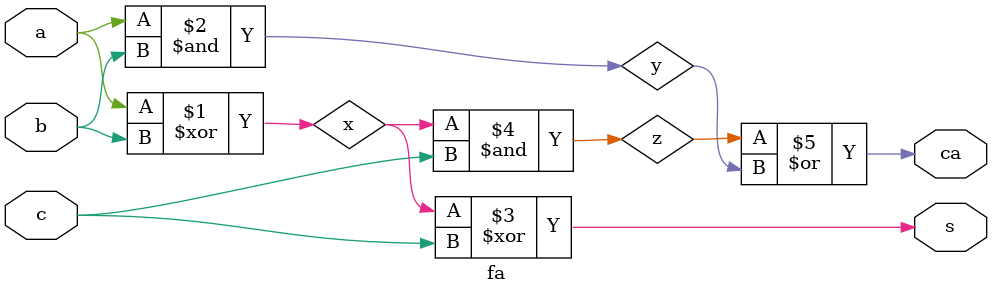
<source format=v>
module rca(a0,a1,a2,a3,b0,b1,b2,b3,cin,s0,s1,s2,s3,c0);
  input a0,a1,a2,a3,b0,b1,b2,b3;
  input cin;
  output s0,s1,s2,s3;
  output c0;
  wire c1,c2,c3;
  fa aa1(.a(a0),.b(b0),.c(cin),.s(s0),.ca(c1));
  fa aa2(.a(a1),.b(b1),.c(c1),.s(s1),.ca(c2));
  fa aa3(.a(a2),.b(b2),.c(c2),.s(s2),.ca(c3));
  fa aa4(.a(a3),.b(b3),.c(c3),.s(s3),.ca(c0));
endmodule

//module full adder   
    module fa(input a,
             input b,
             input c,
             output s,
              output ca);
   wire x,y,z;
      xor xor1(x,a,b);
      and and1(y,a,b);
      xor xor2(s,x,c);
      and and2(z,x,c);
      or or1(ca,z,y);
    endmodule
      

</source>
